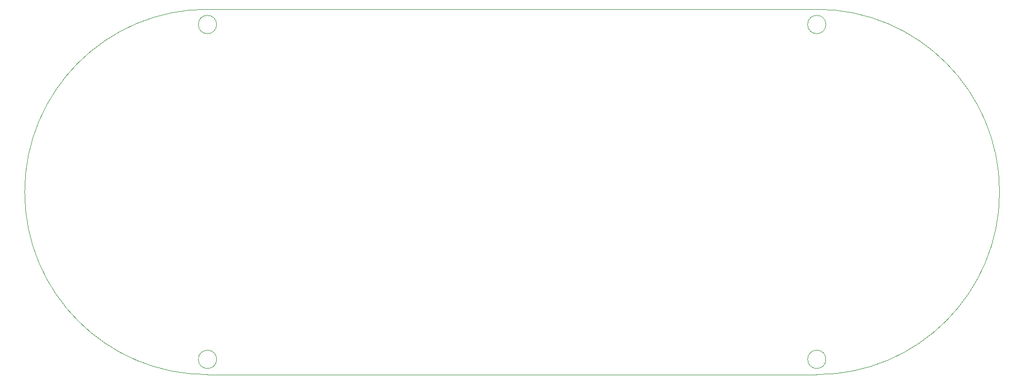
<source format=gbr>
G04 #@! TF.GenerationSoftware,KiCad,Pcbnew,(6.0.10)*
G04 #@! TF.CreationDate,2022-12-21T18:43:38-05:00*
G04 #@! TF.ProjectId,Game_Cat_R4,47616d65-5f43-4617-945f-52342e6b6963,4.1.4*
G04 #@! TF.SameCoordinates,Original*
G04 #@! TF.FileFunction,Profile,NP*
%FSLAX46Y46*%
G04 Gerber Fmt 4.6, Leading zero omitted, Abs format (unit mm)*
G04 Created by KiCad (PCBNEW (6.0.10)) date 2022-12-21 18:43:38*
%MOMM*%
%LPD*%
G01*
G04 APERTURE LIST*
G04 #@! TA.AperFunction,Profile*
%ADD10C,0.100000*%
G04 #@! TD*
G04 APERTURE END LIST*
D10*
X80000000Y-70000000D02*
X180000000Y-70000000D01*
X80000000Y-130000000D02*
X180000000Y-130000000D01*
X80000000Y-70000000D02*
G75*
G03*
X80000000Y-130000000I0J-30000000D01*
G01*
X181500000Y-72500000D02*
G75*
G03*
X181500000Y-72500000I-1500000J0D01*
G01*
X81500000Y-72500000D02*
G75*
G03*
X81500000Y-72500000I-1500000J0D01*
G01*
X81500000Y-127500000D02*
G75*
G03*
X81500000Y-127500000I-1500000J0D01*
G01*
X181500000Y-127500000D02*
G75*
G03*
X181500000Y-127500000I-1500000J0D01*
G01*
X180000000Y-130000000D02*
G75*
G03*
X180000000Y-70000000I0J30000000D01*
G01*
M02*

</source>
